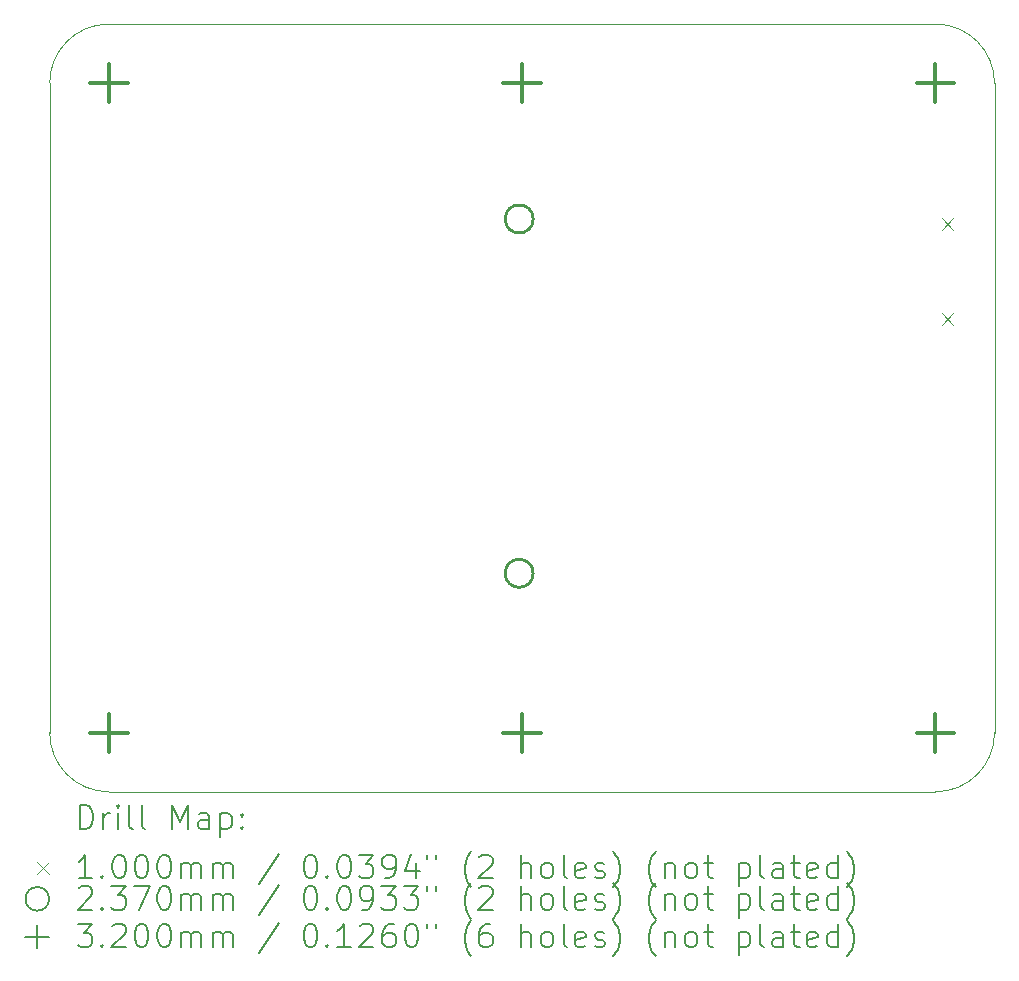
<source format=gbr>
%TF.GenerationSoftware,KiCad,Pcbnew,8.0.6-8.0.6-0~ubuntu24.04.1*%
%TF.CreationDate,2024-11-06T15:02:39+01:00*%
%TF.ProjectId,random_sampler,72616e64-6f6d-45f7-9361-6d706c65722e,rev?*%
%TF.SameCoordinates,Original*%
%TF.FileFunction,Drillmap*%
%TF.FilePolarity,Positive*%
%FSLAX45Y45*%
G04 Gerber Fmt 4.5, Leading zero omitted, Abs format (unit mm)*
G04 Created by KiCad (PCBNEW 8.0.6-8.0.6-0~ubuntu24.04.1) date 2024-11-06 15:02:39*
%MOMM*%
%LPD*%
G01*
G04 APERTURE LIST*
%ADD10C,0.100000*%
%ADD11C,0.050000*%
%ADD12C,0.200000*%
%ADD13C,0.237000*%
%ADD14C,0.320000*%
G04 APERTURE END LIST*
D10*
X0Y-500000D02*
G75*
G02*
X500000Y0I500000J0D01*
G01*
D11*
X7500000Y0D02*
X500000Y0D01*
X8000000Y-6000000D02*
G75*
G02*
X7500000Y-6500000I-500000J0D01*
G01*
X8000000Y-6000000D02*
X8000000Y-500000D01*
X0Y-500000D02*
X0Y-6000000D01*
X7500000Y0D02*
G75*
G02*
X8000000Y-500000I0J-500000D01*
G01*
X500000Y-6500000D02*
X7500000Y-6500000D01*
X500000Y-6500000D02*
G75*
G02*
X0Y-6000000I0J500000D01*
G01*
D12*
D10*
X7551350Y-1645000D02*
X7651350Y-1745000D01*
X7651350Y-1645000D02*
X7551350Y-1745000D01*
X7551350Y-2445000D02*
X7651350Y-2545000D01*
X7651350Y-2445000D02*
X7551350Y-2545000D01*
D13*
X4093500Y-1650000D02*
G75*
G02*
X3856500Y-1650000I-118500J0D01*
G01*
X3856500Y-1650000D02*
G75*
G02*
X4093500Y-1650000I118500J0D01*
G01*
X4093500Y-4650000D02*
G75*
G02*
X3856500Y-4650000I-118500J0D01*
G01*
X3856500Y-4650000D02*
G75*
G02*
X4093500Y-4650000I118500J0D01*
G01*
D14*
X500000Y-340000D02*
X500000Y-660000D01*
X340000Y-500000D02*
X660000Y-500000D01*
X500000Y-5840000D02*
X500000Y-6160000D01*
X340000Y-6000000D02*
X660000Y-6000000D01*
X4000000Y-340000D02*
X4000000Y-660000D01*
X3840000Y-500000D02*
X4160000Y-500000D01*
X4000000Y-5840000D02*
X4000000Y-6160000D01*
X3840000Y-6000000D02*
X4160000Y-6000000D01*
X7500000Y-340000D02*
X7500000Y-660000D01*
X7340000Y-500000D02*
X7660000Y-500000D01*
X7500000Y-5840000D02*
X7500000Y-6160000D01*
X7340000Y-6000000D02*
X7660000Y-6000000D01*
D12*
X255777Y-6813984D02*
X255777Y-6613984D01*
X255777Y-6613984D02*
X303396Y-6613984D01*
X303396Y-6613984D02*
X331967Y-6623508D01*
X331967Y-6623508D02*
X351015Y-6642555D01*
X351015Y-6642555D02*
X360539Y-6661603D01*
X360539Y-6661603D02*
X370062Y-6699698D01*
X370062Y-6699698D02*
X370062Y-6728269D01*
X370062Y-6728269D02*
X360539Y-6766365D01*
X360539Y-6766365D02*
X351015Y-6785412D01*
X351015Y-6785412D02*
X331967Y-6804460D01*
X331967Y-6804460D02*
X303396Y-6813984D01*
X303396Y-6813984D02*
X255777Y-6813984D01*
X455777Y-6813984D02*
X455777Y-6680650D01*
X455777Y-6718746D02*
X465301Y-6699698D01*
X465301Y-6699698D02*
X474824Y-6690174D01*
X474824Y-6690174D02*
X493872Y-6680650D01*
X493872Y-6680650D02*
X512920Y-6680650D01*
X579586Y-6813984D02*
X579586Y-6680650D01*
X579586Y-6613984D02*
X570063Y-6623508D01*
X570063Y-6623508D02*
X579586Y-6633031D01*
X579586Y-6633031D02*
X589110Y-6623508D01*
X589110Y-6623508D02*
X579586Y-6613984D01*
X579586Y-6613984D02*
X579586Y-6633031D01*
X703396Y-6813984D02*
X684348Y-6804460D01*
X684348Y-6804460D02*
X674824Y-6785412D01*
X674824Y-6785412D02*
X674824Y-6613984D01*
X808158Y-6813984D02*
X789110Y-6804460D01*
X789110Y-6804460D02*
X779586Y-6785412D01*
X779586Y-6785412D02*
X779586Y-6613984D01*
X1036729Y-6813984D02*
X1036729Y-6613984D01*
X1036729Y-6613984D02*
X1103396Y-6756841D01*
X1103396Y-6756841D02*
X1170063Y-6613984D01*
X1170063Y-6613984D02*
X1170063Y-6813984D01*
X1351015Y-6813984D02*
X1351015Y-6709222D01*
X1351015Y-6709222D02*
X1341491Y-6690174D01*
X1341491Y-6690174D02*
X1322444Y-6680650D01*
X1322444Y-6680650D02*
X1284348Y-6680650D01*
X1284348Y-6680650D02*
X1265301Y-6690174D01*
X1351015Y-6804460D02*
X1331967Y-6813984D01*
X1331967Y-6813984D02*
X1284348Y-6813984D01*
X1284348Y-6813984D02*
X1265301Y-6804460D01*
X1265301Y-6804460D02*
X1255777Y-6785412D01*
X1255777Y-6785412D02*
X1255777Y-6766365D01*
X1255777Y-6766365D02*
X1265301Y-6747317D01*
X1265301Y-6747317D02*
X1284348Y-6737793D01*
X1284348Y-6737793D02*
X1331967Y-6737793D01*
X1331967Y-6737793D02*
X1351015Y-6728269D01*
X1446253Y-6680650D02*
X1446253Y-6880650D01*
X1446253Y-6690174D02*
X1465301Y-6680650D01*
X1465301Y-6680650D02*
X1503396Y-6680650D01*
X1503396Y-6680650D02*
X1522443Y-6690174D01*
X1522443Y-6690174D02*
X1531967Y-6699698D01*
X1531967Y-6699698D02*
X1541491Y-6718746D01*
X1541491Y-6718746D02*
X1541491Y-6775888D01*
X1541491Y-6775888D02*
X1531967Y-6794936D01*
X1531967Y-6794936D02*
X1522443Y-6804460D01*
X1522443Y-6804460D02*
X1503396Y-6813984D01*
X1503396Y-6813984D02*
X1465301Y-6813984D01*
X1465301Y-6813984D02*
X1446253Y-6804460D01*
X1627205Y-6794936D02*
X1636729Y-6804460D01*
X1636729Y-6804460D02*
X1627205Y-6813984D01*
X1627205Y-6813984D02*
X1617682Y-6804460D01*
X1617682Y-6804460D02*
X1627205Y-6794936D01*
X1627205Y-6794936D02*
X1627205Y-6813984D01*
X1627205Y-6690174D02*
X1636729Y-6699698D01*
X1636729Y-6699698D02*
X1627205Y-6709222D01*
X1627205Y-6709222D02*
X1617682Y-6699698D01*
X1617682Y-6699698D02*
X1627205Y-6690174D01*
X1627205Y-6690174D02*
X1627205Y-6709222D01*
D10*
X-105000Y-7092500D02*
X-5000Y-7192500D01*
X-5000Y-7092500D02*
X-105000Y-7192500D01*
D12*
X360539Y-7233984D02*
X246253Y-7233984D01*
X303396Y-7233984D02*
X303396Y-7033984D01*
X303396Y-7033984D02*
X284348Y-7062555D01*
X284348Y-7062555D02*
X265301Y-7081603D01*
X265301Y-7081603D02*
X246253Y-7091127D01*
X446253Y-7214936D02*
X455777Y-7224460D01*
X455777Y-7224460D02*
X446253Y-7233984D01*
X446253Y-7233984D02*
X436729Y-7224460D01*
X436729Y-7224460D02*
X446253Y-7214936D01*
X446253Y-7214936D02*
X446253Y-7233984D01*
X579586Y-7033984D02*
X598634Y-7033984D01*
X598634Y-7033984D02*
X617682Y-7043508D01*
X617682Y-7043508D02*
X627205Y-7053031D01*
X627205Y-7053031D02*
X636729Y-7072079D01*
X636729Y-7072079D02*
X646253Y-7110174D01*
X646253Y-7110174D02*
X646253Y-7157793D01*
X646253Y-7157793D02*
X636729Y-7195888D01*
X636729Y-7195888D02*
X627205Y-7214936D01*
X627205Y-7214936D02*
X617682Y-7224460D01*
X617682Y-7224460D02*
X598634Y-7233984D01*
X598634Y-7233984D02*
X579586Y-7233984D01*
X579586Y-7233984D02*
X560539Y-7224460D01*
X560539Y-7224460D02*
X551015Y-7214936D01*
X551015Y-7214936D02*
X541491Y-7195888D01*
X541491Y-7195888D02*
X531967Y-7157793D01*
X531967Y-7157793D02*
X531967Y-7110174D01*
X531967Y-7110174D02*
X541491Y-7072079D01*
X541491Y-7072079D02*
X551015Y-7053031D01*
X551015Y-7053031D02*
X560539Y-7043508D01*
X560539Y-7043508D02*
X579586Y-7033984D01*
X770062Y-7033984D02*
X789110Y-7033984D01*
X789110Y-7033984D02*
X808158Y-7043508D01*
X808158Y-7043508D02*
X817682Y-7053031D01*
X817682Y-7053031D02*
X827205Y-7072079D01*
X827205Y-7072079D02*
X836729Y-7110174D01*
X836729Y-7110174D02*
X836729Y-7157793D01*
X836729Y-7157793D02*
X827205Y-7195888D01*
X827205Y-7195888D02*
X817682Y-7214936D01*
X817682Y-7214936D02*
X808158Y-7224460D01*
X808158Y-7224460D02*
X789110Y-7233984D01*
X789110Y-7233984D02*
X770062Y-7233984D01*
X770062Y-7233984D02*
X751015Y-7224460D01*
X751015Y-7224460D02*
X741491Y-7214936D01*
X741491Y-7214936D02*
X731967Y-7195888D01*
X731967Y-7195888D02*
X722443Y-7157793D01*
X722443Y-7157793D02*
X722443Y-7110174D01*
X722443Y-7110174D02*
X731967Y-7072079D01*
X731967Y-7072079D02*
X741491Y-7053031D01*
X741491Y-7053031D02*
X751015Y-7043508D01*
X751015Y-7043508D02*
X770062Y-7033984D01*
X960539Y-7033984D02*
X979586Y-7033984D01*
X979586Y-7033984D02*
X998634Y-7043508D01*
X998634Y-7043508D02*
X1008158Y-7053031D01*
X1008158Y-7053031D02*
X1017682Y-7072079D01*
X1017682Y-7072079D02*
X1027205Y-7110174D01*
X1027205Y-7110174D02*
X1027205Y-7157793D01*
X1027205Y-7157793D02*
X1017682Y-7195888D01*
X1017682Y-7195888D02*
X1008158Y-7214936D01*
X1008158Y-7214936D02*
X998634Y-7224460D01*
X998634Y-7224460D02*
X979586Y-7233984D01*
X979586Y-7233984D02*
X960539Y-7233984D01*
X960539Y-7233984D02*
X941491Y-7224460D01*
X941491Y-7224460D02*
X931967Y-7214936D01*
X931967Y-7214936D02*
X922443Y-7195888D01*
X922443Y-7195888D02*
X912920Y-7157793D01*
X912920Y-7157793D02*
X912920Y-7110174D01*
X912920Y-7110174D02*
X922443Y-7072079D01*
X922443Y-7072079D02*
X931967Y-7053031D01*
X931967Y-7053031D02*
X941491Y-7043508D01*
X941491Y-7043508D02*
X960539Y-7033984D01*
X1112920Y-7233984D02*
X1112920Y-7100650D01*
X1112920Y-7119698D02*
X1122444Y-7110174D01*
X1122444Y-7110174D02*
X1141491Y-7100650D01*
X1141491Y-7100650D02*
X1170063Y-7100650D01*
X1170063Y-7100650D02*
X1189110Y-7110174D01*
X1189110Y-7110174D02*
X1198634Y-7129222D01*
X1198634Y-7129222D02*
X1198634Y-7233984D01*
X1198634Y-7129222D02*
X1208158Y-7110174D01*
X1208158Y-7110174D02*
X1227205Y-7100650D01*
X1227205Y-7100650D02*
X1255777Y-7100650D01*
X1255777Y-7100650D02*
X1274825Y-7110174D01*
X1274825Y-7110174D02*
X1284348Y-7129222D01*
X1284348Y-7129222D02*
X1284348Y-7233984D01*
X1379586Y-7233984D02*
X1379586Y-7100650D01*
X1379586Y-7119698D02*
X1389110Y-7110174D01*
X1389110Y-7110174D02*
X1408158Y-7100650D01*
X1408158Y-7100650D02*
X1436729Y-7100650D01*
X1436729Y-7100650D02*
X1455777Y-7110174D01*
X1455777Y-7110174D02*
X1465301Y-7129222D01*
X1465301Y-7129222D02*
X1465301Y-7233984D01*
X1465301Y-7129222D02*
X1474824Y-7110174D01*
X1474824Y-7110174D02*
X1493872Y-7100650D01*
X1493872Y-7100650D02*
X1522443Y-7100650D01*
X1522443Y-7100650D02*
X1541491Y-7110174D01*
X1541491Y-7110174D02*
X1551015Y-7129222D01*
X1551015Y-7129222D02*
X1551015Y-7233984D01*
X1941491Y-7024460D02*
X1770063Y-7281603D01*
X2198634Y-7033984D02*
X2217682Y-7033984D01*
X2217682Y-7033984D02*
X2236729Y-7043508D01*
X2236729Y-7043508D02*
X2246253Y-7053031D01*
X2246253Y-7053031D02*
X2255777Y-7072079D01*
X2255777Y-7072079D02*
X2265301Y-7110174D01*
X2265301Y-7110174D02*
X2265301Y-7157793D01*
X2265301Y-7157793D02*
X2255777Y-7195888D01*
X2255777Y-7195888D02*
X2246253Y-7214936D01*
X2246253Y-7214936D02*
X2236729Y-7224460D01*
X2236729Y-7224460D02*
X2217682Y-7233984D01*
X2217682Y-7233984D02*
X2198634Y-7233984D01*
X2198634Y-7233984D02*
X2179587Y-7224460D01*
X2179587Y-7224460D02*
X2170063Y-7214936D01*
X2170063Y-7214936D02*
X2160539Y-7195888D01*
X2160539Y-7195888D02*
X2151015Y-7157793D01*
X2151015Y-7157793D02*
X2151015Y-7110174D01*
X2151015Y-7110174D02*
X2160539Y-7072079D01*
X2160539Y-7072079D02*
X2170063Y-7053031D01*
X2170063Y-7053031D02*
X2179587Y-7043508D01*
X2179587Y-7043508D02*
X2198634Y-7033984D01*
X2351015Y-7214936D02*
X2360539Y-7224460D01*
X2360539Y-7224460D02*
X2351015Y-7233984D01*
X2351015Y-7233984D02*
X2341491Y-7224460D01*
X2341491Y-7224460D02*
X2351015Y-7214936D01*
X2351015Y-7214936D02*
X2351015Y-7233984D01*
X2484348Y-7033984D02*
X2503396Y-7033984D01*
X2503396Y-7033984D02*
X2522444Y-7043508D01*
X2522444Y-7043508D02*
X2531968Y-7053031D01*
X2531968Y-7053031D02*
X2541491Y-7072079D01*
X2541491Y-7072079D02*
X2551015Y-7110174D01*
X2551015Y-7110174D02*
X2551015Y-7157793D01*
X2551015Y-7157793D02*
X2541491Y-7195888D01*
X2541491Y-7195888D02*
X2531968Y-7214936D01*
X2531968Y-7214936D02*
X2522444Y-7224460D01*
X2522444Y-7224460D02*
X2503396Y-7233984D01*
X2503396Y-7233984D02*
X2484348Y-7233984D01*
X2484348Y-7233984D02*
X2465301Y-7224460D01*
X2465301Y-7224460D02*
X2455777Y-7214936D01*
X2455777Y-7214936D02*
X2446253Y-7195888D01*
X2446253Y-7195888D02*
X2436729Y-7157793D01*
X2436729Y-7157793D02*
X2436729Y-7110174D01*
X2436729Y-7110174D02*
X2446253Y-7072079D01*
X2446253Y-7072079D02*
X2455777Y-7053031D01*
X2455777Y-7053031D02*
X2465301Y-7043508D01*
X2465301Y-7043508D02*
X2484348Y-7033984D01*
X2617682Y-7033984D02*
X2741491Y-7033984D01*
X2741491Y-7033984D02*
X2674825Y-7110174D01*
X2674825Y-7110174D02*
X2703396Y-7110174D01*
X2703396Y-7110174D02*
X2722444Y-7119698D01*
X2722444Y-7119698D02*
X2731968Y-7129222D01*
X2731968Y-7129222D02*
X2741491Y-7148269D01*
X2741491Y-7148269D02*
X2741491Y-7195888D01*
X2741491Y-7195888D02*
X2731968Y-7214936D01*
X2731968Y-7214936D02*
X2722444Y-7224460D01*
X2722444Y-7224460D02*
X2703396Y-7233984D01*
X2703396Y-7233984D02*
X2646253Y-7233984D01*
X2646253Y-7233984D02*
X2627206Y-7224460D01*
X2627206Y-7224460D02*
X2617682Y-7214936D01*
X2836729Y-7233984D02*
X2874825Y-7233984D01*
X2874825Y-7233984D02*
X2893872Y-7224460D01*
X2893872Y-7224460D02*
X2903396Y-7214936D01*
X2903396Y-7214936D02*
X2922444Y-7186365D01*
X2922444Y-7186365D02*
X2931967Y-7148269D01*
X2931967Y-7148269D02*
X2931967Y-7072079D01*
X2931967Y-7072079D02*
X2922444Y-7053031D01*
X2922444Y-7053031D02*
X2912920Y-7043508D01*
X2912920Y-7043508D02*
X2893872Y-7033984D01*
X2893872Y-7033984D02*
X2855777Y-7033984D01*
X2855777Y-7033984D02*
X2836729Y-7043508D01*
X2836729Y-7043508D02*
X2827206Y-7053031D01*
X2827206Y-7053031D02*
X2817682Y-7072079D01*
X2817682Y-7072079D02*
X2817682Y-7119698D01*
X2817682Y-7119698D02*
X2827206Y-7138746D01*
X2827206Y-7138746D02*
X2836729Y-7148269D01*
X2836729Y-7148269D02*
X2855777Y-7157793D01*
X2855777Y-7157793D02*
X2893872Y-7157793D01*
X2893872Y-7157793D02*
X2912920Y-7148269D01*
X2912920Y-7148269D02*
X2922444Y-7138746D01*
X2922444Y-7138746D02*
X2931967Y-7119698D01*
X3103396Y-7100650D02*
X3103396Y-7233984D01*
X3055777Y-7024460D02*
X3008158Y-7167317D01*
X3008158Y-7167317D02*
X3131967Y-7167317D01*
X3198634Y-7033984D02*
X3198634Y-7072079D01*
X3274825Y-7033984D02*
X3274825Y-7072079D01*
X3570063Y-7310174D02*
X3560539Y-7300650D01*
X3560539Y-7300650D02*
X3541491Y-7272079D01*
X3541491Y-7272079D02*
X3531968Y-7253031D01*
X3531968Y-7253031D02*
X3522444Y-7224460D01*
X3522444Y-7224460D02*
X3512920Y-7176841D01*
X3512920Y-7176841D02*
X3512920Y-7138746D01*
X3512920Y-7138746D02*
X3522444Y-7091127D01*
X3522444Y-7091127D02*
X3531968Y-7062555D01*
X3531968Y-7062555D02*
X3541491Y-7043508D01*
X3541491Y-7043508D02*
X3560539Y-7014936D01*
X3560539Y-7014936D02*
X3570063Y-7005412D01*
X3636729Y-7053031D02*
X3646253Y-7043508D01*
X3646253Y-7043508D02*
X3665301Y-7033984D01*
X3665301Y-7033984D02*
X3712920Y-7033984D01*
X3712920Y-7033984D02*
X3731968Y-7043508D01*
X3731968Y-7043508D02*
X3741491Y-7053031D01*
X3741491Y-7053031D02*
X3751015Y-7072079D01*
X3751015Y-7072079D02*
X3751015Y-7091127D01*
X3751015Y-7091127D02*
X3741491Y-7119698D01*
X3741491Y-7119698D02*
X3627206Y-7233984D01*
X3627206Y-7233984D02*
X3751015Y-7233984D01*
X3989110Y-7233984D02*
X3989110Y-7033984D01*
X4074825Y-7233984D02*
X4074825Y-7129222D01*
X4074825Y-7129222D02*
X4065301Y-7110174D01*
X4065301Y-7110174D02*
X4046253Y-7100650D01*
X4046253Y-7100650D02*
X4017682Y-7100650D01*
X4017682Y-7100650D02*
X3998634Y-7110174D01*
X3998634Y-7110174D02*
X3989110Y-7119698D01*
X4198634Y-7233984D02*
X4179587Y-7224460D01*
X4179587Y-7224460D02*
X4170063Y-7214936D01*
X4170063Y-7214936D02*
X4160539Y-7195888D01*
X4160539Y-7195888D02*
X4160539Y-7138746D01*
X4160539Y-7138746D02*
X4170063Y-7119698D01*
X4170063Y-7119698D02*
X4179587Y-7110174D01*
X4179587Y-7110174D02*
X4198634Y-7100650D01*
X4198634Y-7100650D02*
X4227206Y-7100650D01*
X4227206Y-7100650D02*
X4246253Y-7110174D01*
X4246253Y-7110174D02*
X4255777Y-7119698D01*
X4255777Y-7119698D02*
X4265301Y-7138746D01*
X4265301Y-7138746D02*
X4265301Y-7195888D01*
X4265301Y-7195888D02*
X4255777Y-7214936D01*
X4255777Y-7214936D02*
X4246253Y-7224460D01*
X4246253Y-7224460D02*
X4227206Y-7233984D01*
X4227206Y-7233984D02*
X4198634Y-7233984D01*
X4379587Y-7233984D02*
X4360539Y-7224460D01*
X4360539Y-7224460D02*
X4351015Y-7205412D01*
X4351015Y-7205412D02*
X4351015Y-7033984D01*
X4531968Y-7224460D02*
X4512920Y-7233984D01*
X4512920Y-7233984D02*
X4474825Y-7233984D01*
X4474825Y-7233984D02*
X4455777Y-7224460D01*
X4455777Y-7224460D02*
X4446253Y-7205412D01*
X4446253Y-7205412D02*
X4446253Y-7129222D01*
X4446253Y-7129222D02*
X4455777Y-7110174D01*
X4455777Y-7110174D02*
X4474825Y-7100650D01*
X4474825Y-7100650D02*
X4512920Y-7100650D01*
X4512920Y-7100650D02*
X4531968Y-7110174D01*
X4531968Y-7110174D02*
X4541492Y-7129222D01*
X4541492Y-7129222D02*
X4541492Y-7148269D01*
X4541492Y-7148269D02*
X4446253Y-7167317D01*
X4617682Y-7224460D02*
X4636730Y-7233984D01*
X4636730Y-7233984D02*
X4674825Y-7233984D01*
X4674825Y-7233984D02*
X4693873Y-7224460D01*
X4693873Y-7224460D02*
X4703396Y-7205412D01*
X4703396Y-7205412D02*
X4703396Y-7195888D01*
X4703396Y-7195888D02*
X4693873Y-7176841D01*
X4693873Y-7176841D02*
X4674825Y-7167317D01*
X4674825Y-7167317D02*
X4646253Y-7167317D01*
X4646253Y-7167317D02*
X4627206Y-7157793D01*
X4627206Y-7157793D02*
X4617682Y-7138746D01*
X4617682Y-7138746D02*
X4617682Y-7129222D01*
X4617682Y-7129222D02*
X4627206Y-7110174D01*
X4627206Y-7110174D02*
X4646253Y-7100650D01*
X4646253Y-7100650D02*
X4674825Y-7100650D01*
X4674825Y-7100650D02*
X4693873Y-7110174D01*
X4770063Y-7310174D02*
X4779587Y-7300650D01*
X4779587Y-7300650D02*
X4798634Y-7272079D01*
X4798634Y-7272079D02*
X4808158Y-7253031D01*
X4808158Y-7253031D02*
X4817682Y-7224460D01*
X4817682Y-7224460D02*
X4827206Y-7176841D01*
X4827206Y-7176841D02*
X4827206Y-7138746D01*
X4827206Y-7138746D02*
X4817682Y-7091127D01*
X4817682Y-7091127D02*
X4808158Y-7062555D01*
X4808158Y-7062555D02*
X4798634Y-7043508D01*
X4798634Y-7043508D02*
X4779587Y-7014936D01*
X4779587Y-7014936D02*
X4770063Y-7005412D01*
X5131968Y-7310174D02*
X5122444Y-7300650D01*
X5122444Y-7300650D02*
X5103396Y-7272079D01*
X5103396Y-7272079D02*
X5093873Y-7253031D01*
X5093873Y-7253031D02*
X5084349Y-7224460D01*
X5084349Y-7224460D02*
X5074825Y-7176841D01*
X5074825Y-7176841D02*
X5074825Y-7138746D01*
X5074825Y-7138746D02*
X5084349Y-7091127D01*
X5084349Y-7091127D02*
X5093873Y-7062555D01*
X5093873Y-7062555D02*
X5103396Y-7043508D01*
X5103396Y-7043508D02*
X5122444Y-7014936D01*
X5122444Y-7014936D02*
X5131968Y-7005412D01*
X5208158Y-7100650D02*
X5208158Y-7233984D01*
X5208158Y-7119698D02*
X5217682Y-7110174D01*
X5217682Y-7110174D02*
X5236730Y-7100650D01*
X5236730Y-7100650D02*
X5265301Y-7100650D01*
X5265301Y-7100650D02*
X5284349Y-7110174D01*
X5284349Y-7110174D02*
X5293873Y-7129222D01*
X5293873Y-7129222D02*
X5293873Y-7233984D01*
X5417682Y-7233984D02*
X5398634Y-7224460D01*
X5398634Y-7224460D02*
X5389111Y-7214936D01*
X5389111Y-7214936D02*
X5379587Y-7195888D01*
X5379587Y-7195888D02*
X5379587Y-7138746D01*
X5379587Y-7138746D02*
X5389111Y-7119698D01*
X5389111Y-7119698D02*
X5398634Y-7110174D01*
X5398634Y-7110174D02*
X5417682Y-7100650D01*
X5417682Y-7100650D02*
X5446254Y-7100650D01*
X5446254Y-7100650D02*
X5465301Y-7110174D01*
X5465301Y-7110174D02*
X5474825Y-7119698D01*
X5474825Y-7119698D02*
X5484349Y-7138746D01*
X5484349Y-7138746D02*
X5484349Y-7195888D01*
X5484349Y-7195888D02*
X5474825Y-7214936D01*
X5474825Y-7214936D02*
X5465301Y-7224460D01*
X5465301Y-7224460D02*
X5446254Y-7233984D01*
X5446254Y-7233984D02*
X5417682Y-7233984D01*
X5541492Y-7100650D02*
X5617682Y-7100650D01*
X5570063Y-7033984D02*
X5570063Y-7205412D01*
X5570063Y-7205412D02*
X5579587Y-7224460D01*
X5579587Y-7224460D02*
X5598634Y-7233984D01*
X5598634Y-7233984D02*
X5617682Y-7233984D01*
X5836730Y-7100650D02*
X5836730Y-7300650D01*
X5836730Y-7110174D02*
X5855777Y-7100650D01*
X5855777Y-7100650D02*
X5893873Y-7100650D01*
X5893873Y-7100650D02*
X5912920Y-7110174D01*
X5912920Y-7110174D02*
X5922444Y-7119698D01*
X5922444Y-7119698D02*
X5931968Y-7138746D01*
X5931968Y-7138746D02*
X5931968Y-7195888D01*
X5931968Y-7195888D02*
X5922444Y-7214936D01*
X5922444Y-7214936D02*
X5912920Y-7224460D01*
X5912920Y-7224460D02*
X5893873Y-7233984D01*
X5893873Y-7233984D02*
X5855777Y-7233984D01*
X5855777Y-7233984D02*
X5836730Y-7224460D01*
X6046253Y-7233984D02*
X6027206Y-7224460D01*
X6027206Y-7224460D02*
X6017682Y-7205412D01*
X6017682Y-7205412D02*
X6017682Y-7033984D01*
X6208158Y-7233984D02*
X6208158Y-7129222D01*
X6208158Y-7129222D02*
X6198634Y-7110174D01*
X6198634Y-7110174D02*
X6179587Y-7100650D01*
X6179587Y-7100650D02*
X6141492Y-7100650D01*
X6141492Y-7100650D02*
X6122444Y-7110174D01*
X6208158Y-7224460D02*
X6189111Y-7233984D01*
X6189111Y-7233984D02*
X6141492Y-7233984D01*
X6141492Y-7233984D02*
X6122444Y-7224460D01*
X6122444Y-7224460D02*
X6112920Y-7205412D01*
X6112920Y-7205412D02*
X6112920Y-7186365D01*
X6112920Y-7186365D02*
X6122444Y-7167317D01*
X6122444Y-7167317D02*
X6141492Y-7157793D01*
X6141492Y-7157793D02*
X6189111Y-7157793D01*
X6189111Y-7157793D02*
X6208158Y-7148269D01*
X6274825Y-7100650D02*
X6351015Y-7100650D01*
X6303396Y-7033984D02*
X6303396Y-7205412D01*
X6303396Y-7205412D02*
X6312920Y-7224460D01*
X6312920Y-7224460D02*
X6331968Y-7233984D01*
X6331968Y-7233984D02*
X6351015Y-7233984D01*
X6493873Y-7224460D02*
X6474825Y-7233984D01*
X6474825Y-7233984D02*
X6436730Y-7233984D01*
X6436730Y-7233984D02*
X6417682Y-7224460D01*
X6417682Y-7224460D02*
X6408158Y-7205412D01*
X6408158Y-7205412D02*
X6408158Y-7129222D01*
X6408158Y-7129222D02*
X6417682Y-7110174D01*
X6417682Y-7110174D02*
X6436730Y-7100650D01*
X6436730Y-7100650D02*
X6474825Y-7100650D01*
X6474825Y-7100650D02*
X6493873Y-7110174D01*
X6493873Y-7110174D02*
X6503396Y-7129222D01*
X6503396Y-7129222D02*
X6503396Y-7148269D01*
X6503396Y-7148269D02*
X6408158Y-7167317D01*
X6674825Y-7233984D02*
X6674825Y-7033984D01*
X6674825Y-7224460D02*
X6655777Y-7233984D01*
X6655777Y-7233984D02*
X6617682Y-7233984D01*
X6617682Y-7233984D02*
X6598634Y-7224460D01*
X6598634Y-7224460D02*
X6589111Y-7214936D01*
X6589111Y-7214936D02*
X6579587Y-7195888D01*
X6579587Y-7195888D02*
X6579587Y-7138746D01*
X6579587Y-7138746D02*
X6589111Y-7119698D01*
X6589111Y-7119698D02*
X6598634Y-7110174D01*
X6598634Y-7110174D02*
X6617682Y-7100650D01*
X6617682Y-7100650D02*
X6655777Y-7100650D01*
X6655777Y-7100650D02*
X6674825Y-7110174D01*
X6751015Y-7310174D02*
X6760539Y-7300650D01*
X6760539Y-7300650D02*
X6779587Y-7272079D01*
X6779587Y-7272079D02*
X6789111Y-7253031D01*
X6789111Y-7253031D02*
X6798634Y-7224460D01*
X6798634Y-7224460D02*
X6808158Y-7176841D01*
X6808158Y-7176841D02*
X6808158Y-7138746D01*
X6808158Y-7138746D02*
X6798634Y-7091127D01*
X6798634Y-7091127D02*
X6789111Y-7062555D01*
X6789111Y-7062555D02*
X6779587Y-7043508D01*
X6779587Y-7043508D02*
X6760539Y-7014936D01*
X6760539Y-7014936D02*
X6751015Y-7005412D01*
X-5000Y-7406500D02*
G75*
G02*
X-205000Y-7406500I-100000J0D01*
G01*
X-205000Y-7406500D02*
G75*
G02*
X-5000Y-7406500I100000J0D01*
G01*
X246253Y-7317031D02*
X255777Y-7307508D01*
X255777Y-7307508D02*
X274824Y-7297984D01*
X274824Y-7297984D02*
X322444Y-7297984D01*
X322444Y-7297984D02*
X341491Y-7307508D01*
X341491Y-7307508D02*
X351015Y-7317031D01*
X351015Y-7317031D02*
X360539Y-7336079D01*
X360539Y-7336079D02*
X360539Y-7355127D01*
X360539Y-7355127D02*
X351015Y-7383698D01*
X351015Y-7383698D02*
X236729Y-7497984D01*
X236729Y-7497984D02*
X360539Y-7497984D01*
X446253Y-7478936D02*
X455777Y-7488460D01*
X455777Y-7488460D02*
X446253Y-7497984D01*
X446253Y-7497984D02*
X436729Y-7488460D01*
X436729Y-7488460D02*
X446253Y-7478936D01*
X446253Y-7478936D02*
X446253Y-7497984D01*
X522443Y-7297984D02*
X646253Y-7297984D01*
X646253Y-7297984D02*
X579586Y-7374174D01*
X579586Y-7374174D02*
X608158Y-7374174D01*
X608158Y-7374174D02*
X627205Y-7383698D01*
X627205Y-7383698D02*
X636729Y-7393222D01*
X636729Y-7393222D02*
X646253Y-7412269D01*
X646253Y-7412269D02*
X646253Y-7459888D01*
X646253Y-7459888D02*
X636729Y-7478936D01*
X636729Y-7478936D02*
X627205Y-7488460D01*
X627205Y-7488460D02*
X608158Y-7497984D01*
X608158Y-7497984D02*
X551015Y-7497984D01*
X551015Y-7497984D02*
X531967Y-7488460D01*
X531967Y-7488460D02*
X522443Y-7478936D01*
X712920Y-7297984D02*
X846253Y-7297984D01*
X846253Y-7297984D02*
X760539Y-7497984D01*
X960539Y-7297984D02*
X979586Y-7297984D01*
X979586Y-7297984D02*
X998634Y-7307508D01*
X998634Y-7307508D02*
X1008158Y-7317031D01*
X1008158Y-7317031D02*
X1017682Y-7336079D01*
X1017682Y-7336079D02*
X1027205Y-7374174D01*
X1027205Y-7374174D02*
X1027205Y-7421793D01*
X1027205Y-7421793D02*
X1017682Y-7459888D01*
X1017682Y-7459888D02*
X1008158Y-7478936D01*
X1008158Y-7478936D02*
X998634Y-7488460D01*
X998634Y-7488460D02*
X979586Y-7497984D01*
X979586Y-7497984D02*
X960539Y-7497984D01*
X960539Y-7497984D02*
X941491Y-7488460D01*
X941491Y-7488460D02*
X931967Y-7478936D01*
X931967Y-7478936D02*
X922443Y-7459888D01*
X922443Y-7459888D02*
X912920Y-7421793D01*
X912920Y-7421793D02*
X912920Y-7374174D01*
X912920Y-7374174D02*
X922443Y-7336079D01*
X922443Y-7336079D02*
X931967Y-7317031D01*
X931967Y-7317031D02*
X941491Y-7307508D01*
X941491Y-7307508D02*
X960539Y-7297984D01*
X1112920Y-7497984D02*
X1112920Y-7364650D01*
X1112920Y-7383698D02*
X1122444Y-7374174D01*
X1122444Y-7374174D02*
X1141491Y-7364650D01*
X1141491Y-7364650D02*
X1170063Y-7364650D01*
X1170063Y-7364650D02*
X1189110Y-7374174D01*
X1189110Y-7374174D02*
X1198634Y-7393222D01*
X1198634Y-7393222D02*
X1198634Y-7497984D01*
X1198634Y-7393222D02*
X1208158Y-7374174D01*
X1208158Y-7374174D02*
X1227205Y-7364650D01*
X1227205Y-7364650D02*
X1255777Y-7364650D01*
X1255777Y-7364650D02*
X1274825Y-7374174D01*
X1274825Y-7374174D02*
X1284348Y-7393222D01*
X1284348Y-7393222D02*
X1284348Y-7497984D01*
X1379586Y-7497984D02*
X1379586Y-7364650D01*
X1379586Y-7383698D02*
X1389110Y-7374174D01*
X1389110Y-7374174D02*
X1408158Y-7364650D01*
X1408158Y-7364650D02*
X1436729Y-7364650D01*
X1436729Y-7364650D02*
X1455777Y-7374174D01*
X1455777Y-7374174D02*
X1465301Y-7393222D01*
X1465301Y-7393222D02*
X1465301Y-7497984D01*
X1465301Y-7393222D02*
X1474824Y-7374174D01*
X1474824Y-7374174D02*
X1493872Y-7364650D01*
X1493872Y-7364650D02*
X1522443Y-7364650D01*
X1522443Y-7364650D02*
X1541491Y-7374174D01*
X1541491Y-7374174D02*
X1551015Y-7393222D01*
X1551015Y-7393222D02*
X1551015Y-7497984D01*
X1941491Y-7288460D02*
X1770063Y-7545603D01*
X2198634Y-7297984D02*
X2217682Y-7297984D01*
X2217682Y-7297984D02*
X2236729Y-7307508D01*
X2236729Y-7307508D02*
X2246253Y-7317031D01*
X2246253Y-7317031D02*
X2255777Y-7336079D01*
X2255777Y-7336079D02*
X2265301Y-7374174D01*
X2265301Y-7374174D02*
X2265301Y-7421793D01*
X2265301Y-7421793D02*
X2255777Y-7459888D01*
X2255777Y-7459888D02*
X2246253Y-7478936D01*
X2246253Y-7478936D02*
X2236729Y-7488460D01*
X2236729Y-7488460D02*
X2217682Y-7497984D01*
X2217682Y-7497984D02*
X2198634Y-7497984D01*
X2198634Y-7497984D02*
X2179587Y-7488460D01*
X2179587Y-7488460D02*
X2170063Y-7478936D01*
X2170063Y-7478936D02*
X2160539Y-7459888D01*
X2160539Y-7459888D02*
X2151015Y-7421793D01*
X2151015Y-7421793D02*
X2151015Y-7374174D01*
X2151015Y-7374174D02*
X2160539Y-7336079D01*
X2160539Y-7336079D02*
X2170063Y-7317031D01*
X2170063Y-7317031D02*
X2179587Y-7307508D01*
X2179587Y-7307508D02*
X2198634Y-7297984D01*
X2351015Y-7478936D02*
X2360539Y-7488460D01*
X2360539Y-7488460D02*
X2351015Y-7497984D01*
X2351015Y-7497984D02*
X2341491Y-7488460D01*
X2341491Y-7488460D02*
X2351015Y-7478936D01*
X2351015Y-7478936D02*
X2351015Y-7497984D01*
X2484348Y-7297984D02*
X2503396Y-7297984D01*
X2503396Y-7297984D02*
X2522444Y-7307508D01*
X2522444Y-7307508D02*
X2531968Y-7317031D01*
X2531968Y-7317031D02*
X2541491Y-7336079D01*
X2541491Y-7336079D02*
X2551015Y-7374174D01*
X2551015Y-7374174D02*
X2551015Y-7421793D01*
X2551015Y-7421793D02*
X2541491Y-7459888D01*
X2541491Y-7459888D02*
X2531968Y-7478936D01*
X2531968Y-7478936D02*
X2522444Y-7488460D01*
X2522444Y-7488460D02*
X2503396Y-7497984D01*
X2503396Y-7497984D02*
X2484348Y-7497984D01*
X2484348Y-7497984D02*
X2465301Y-7488460D01*
X2465301Y-7488460D02*
X2455777Y-7478936D01*
X2455777Y-7478936D02*
X2446253Y-7459888D01*
X2446253Y-7459888D02*
X2436729Y-7421793D01*
X2436729Y-7421793D02*
X2436729Y-7374174D01*
X2436729Y-7374174D02*
X2446253Y-7336079D01*
X2446253Y-7336079D02*
X2455777Y-7317031D01*
X2455777Y-7317031D02*
X2465301Y-7307508D01*
X2465301Y-7307508D02*
X2484348Y-7297984D01*
X2646253Y-7497984D02*
X2684348Y-7497984D01*
X2684348Y-7497984D02*
X2703396Y-7488460D01*
X2703396Y-7488460D02*
X2712920Y-7478936D01*
X2712920Y-7478936D02*
X2731968Y-7450365D01*
X2731968Y-7450365D02*
X2741491Y-7412269D01*
X2741491Y-7412269D02*
X2741491Y-7336079D01*
X2741491Y-7336079D02*
X2731968Y-7317031D01*
X2731968Y-7317031D02*
X2722444Y-7307508D01*
X2722444Y-7307508D02*
X2703396Y-7297984D01*
X2703396Y-7297984D02*
X2665301Y-7297984D01*
X2665301Y-7297984D02*
X2646253Y-7307508D01*
X2646253Y-7307508D02*
X2636729Y-7317031D01*
X2636729Y-7317031D02*
X2627206Y-7336079D01*
X2627206Y-7336079D02*
X2627206Y-7383698D01*
X2627206Y-7383698D02*
X2636729Y-7402746D01*
X2636729Y-7402746D02*
X2646253Y-7412269D01*
X2646253Y-7412269D02*
X2665301Y-7421793D01*
X2665301Y-7421793D02*
X2703396Y-7421793D01*
X2703396Y-7421793D02*
X2722444Y-7412269D01*
X2722444Y-7412269D02*
X2731968Y-7402746D01*
X2731968Y-7402746D02*
X2741491Y-7383698D01*
X2808158Y-7297984D02*
X2931967Y-7297984D01*
X2931967Y-7297984D02*
X2865301Y-7374174D01*
X2865301Y-7374174D02*
X2893872Y-7374174D01*
X2893872Y-7374174D02*
X2912920Y-7383698D01*
X2912920Y-7383698D02*
X2922444Y-7393222D01*
X2922444Y-7393222D02*
X2931967Y-7412269D01*
X2931967Y-7412269D02*
X2931967Y-7459888D01*
X2931967Y-7459888D02*
X2922444Y-7478936D01*
X2922444Y-7478936D02*
X2912920Y-7488460D01*
X2912920Y-7488460D02*
X2893872Y-7497984D01*
X2893872Y-7497984D02*
X2836729Y-7497984D01*
X2836729Y-7497984D02*
X2817682Y-7488460D01*
X2817682Y-7488460D02*
X2808158Y-7478936D01*
X2998634Y-7297984D02*
X3122444Y-7297984D01*
X3122444Y-7297984D02*
X3055777Y-7374174D01*
X3055777Y-7374174D02*
X3084348Y-7374174D01*
X3084348Y-7374174D02*
X3103396Y-7383698D01*
X3103396Y-7383698D02*
X3112920Y-7393222D01*
X3112920Y-7393222D02*
X3122444Y-7412269D01*
X3122444Y-7412269D02*
X3122444Y-7459888D01*
X3122444Y-7459888D02*
X3112920Y-7478936D01*
X3112920Y-7478936D02*
X3103396Y-7488460D01*
X3103396Y-7488460D02*
X3084348Y-7497984D01*
X3084348Y-7497984D02*
X3027206Y-7497984D01*
X3027206Y-7497984D02*
X3008158Y-7488460D01*
X3008158Y-7488460D02*
X2998634Y-7478936D01*
X3198634Y-7297984D02*
X3198634Y-7336079D01*
X3274825Y-7297984D02*
X3274825Y-7336079D01*
X3570063Y-7574174D02*
X3560539Y-7564650D01*
X3560539Y-7564650D02*
X3541491Y-7536079D01*
X3541491Y-7536079D02*
X3531968Y-7517031D01*
X3531968Y-7517031D02*
X3522444Y-7488460D01*
X3522444Y-7488460D02*
X3512920Y-7440841D01*
X3512920Y-7440841D02*
X3512920Y-7402746D01*
X3512920Y-7402746D02*
X3522444Y-7355127D01*
X3522444Y-7355127D02*
X3531968Y-7326555D01*
X3531968Y-7326555D02*
X3541491Y-7307508D01*
X3541491Y-7307508D02*
X3560539Y-7278936D01*
X3560539Y-7278936D02*
X3570063Y-7269412D01*
X3636729Y-7317031D02*
X3646253Y-7307508D01*
X3646253Y-7307508D02*
X3665301Y-7297984D01*
X3665301Y-7297984D02*
X3712920Y-7297984D01*
X3712920Y-7297984D02*
X3731968Y-7307508D01*
X3731968Y-7307508D02*
X3741491Y-7317031D01*
X3741491Y-7317031D02*
X3751015Y-7336079D01*
X3751015Y-7336079D02*
X3751015Y-7355127D01*
X3751015Y-7355127D02*
X3741491Y-7383698D01*
X3741491Y-7383698D02*
X3627206Y-7497984D01*
X3627206Y-7497984D02*
X3751015Y-7497984D01*
X3989110Y-7497984D02*
X3989110Y-7297984D01*
X4074825Y-7497984D02*
X4074825Y-7393222D01*
X4074825Y-7393222D02*
X4065301Y-7374174D01*
X4065301Y-7374174D02*
X4046253Y-7364650D01*
X4046253Y-7364650D02*
X4017682Y-7364650D01*
X4017682Y-7364650D02*
X3998634Y-7374174D01*
X3998634Y-7374174D02*
X3989110Y-7383698D01*
X4198634Y-7497984D02*
X4179587Y-7488460D01*
X4179587Y-7488460D02*
X4170063Y-7478936D01*
X4170063Y-7478936D02*
X4160539Y-7459888D01*
X4160539Y-7459888D02*
X4160539Y-7402746D01*
X4160539Y-7402746D02*
X4170063Y-7383698D01*
X4170063Y-7383698D02*
X4179587Y-7374174D01*
X4179587Y-7374174D02*
X4198634Y-7364650D01*
X4198634Y-7364650D02*
X4227206Y-7364650D01*
X4227206Y-7364650D02*
X4246253Y-7374174D01*
X4246253Y-7374174D02*
X4255777Y-7383698D01*
X4255777Y-7383698D02*
X4265301Y-7402746D01*
X4265301Y-7402746D02*
X4265301Y-7459888D01*
X4265301Y-7459888D02*
X4255777Y-7478936D01*
X4255777Y-7478936D02*
X4246253Y-7488460D01*
X4246253Y-7488460D02*
X4227206Y-7497984D01*
X4227206Y-7497984D02*
X4198634Y-7497984D01*
X4379587Y-7497984D02*
X4360539Y-7488460D01*
X4360539Y-7488460D02*
X4351015Y-7469412D01*
X4351015Y-7469412D02*
X4351015Y-7297984D01*
X4531968Y-7488460D02*
X4512920Y-7497984D01*
X4512920Y-7497984D02*
X4474825Y-7497984D01*
X4474825Y-7497984D02*
X4455777Y-7488460D01*
X4455777Y-7488460D02*
X4446253Y-7469412D01*
X4446253Y-7469412D02*
X4446253Y-7393222D01*
X4446253Y-7393222D02*
X4455777Y-7374174D01*
X4455777Y-7374174D02*
X4474825Y-7364650D01*
X4474825Y-7364650D02*
X4512920Y-7364650D01*
X4512920Y-7364650D02*
X4531968Y-7374174D01*
X4531968Y-7374174D02*
X4541492Y-7393222D01*
X4541492Y-7393222D02*
X4541492Y-7412269D01*
X4541492Y-7412269D02*
X4446253Y-7431317D01*
X4617682Y-7488460D02*
X4636730Y-7497984D01*
X4636730Y-7497984D02*
X4674825Y-7497984D01*
X4674825Y-7497984D02*
X4693873Y-7488460D01*
X4693873Y-7488460D02*
X4703396Y-7469412D01*
X4703396Y-7469412D02*
X4703396Y-7459888D01*
X4703396Y-7459888D02*
X4693873Y-7440841D01*
X4693873Y-7440841D02*
X4674825Y-7431317D01*
X4674825Y-7431317D02*
X4646253Y-7431317D01*
X4646253Y-7431317D02*
X4627206Y-7421793D01*
X4627206Y-7421793D02*
X4617682Y-7402746D01*
X4617682Y-7402746D02*
X4617682Y-7393222D01*
X4617682Y-7393222D02*
X4627206Y-7374174D01*
X4627206Y-7374174D02*
X4646253Y-7364650D01*
X4646253Y-7364650D02*
X4674825Y-7364650D01*
X4674825Y-7364650D02*
X4693873Y-7374174D01*
X4770063Y-7574174D02*
X4779587Y-7564650D01*
X4779587Y-7564650D02*
X4798634Y-7536079D01*
X4798634Y-7536079D02*
X4808158Y-7517031D01*
X4808158Y-7517031D02*
X4817682Y-7488460D01*
X4817682Y-7488460D02*
X4827206Y-7440841D01*
X4827206Y-7440841D02*
X4827206Y-7402746D01*
X4827206Y-7402746D02*
X4817682Y-7355127D01*
X4817682Y-7355127D02*
X4808158Y-7326555D01*
X4808158Y-7326555D02*
X4798634Y-7307508D01*
X4798634Y-7307508D02*
X4779587Y-7278936D01*
X4779587Y-7278936D02*
X4770063Y-7269412D01*
X5131968Y-7574174D02*
X5122444Y-7564650D01*
X5122444Y-7564650D02*
X5103396Y-7536079D01*
X5103396Y-7536079D02*
X5093873Y-7517031D01*
X5093873Y-7517031D02*
X5084349Y-7488460D01*
X5084349Y-7488460D02*
X5074825Y-7440841D01*
X5074825Y-7440841D02*
X5074825Y-7402746D01*
X5074825Y-7402746D02*
X5084349Y-7355127D01*
X5084349Y-7355127D02*
X5093873Y-7326555D01*
X5093873Y-7326555D02*
X5103396Y-7307508D01*
X5103396Y-7307508D02*
X5122444Y-7278936D01*
X5122444Y-7278936D02*
X5131968Y-7269412D01*
X5208158Y-7364650D02*
X5208158Y-7497984D01*
X5208158Y-7383698D02*
X5217682Y-7374174D01*
X5217682Y-7374174D02*
X5236730Y-7364650D01*
X5236730Y-7364650D02*
X5265301Y-7364650D01*
X5265301Y-7364650D02*
X5284349Y-7374174D01*
X5284349Y-7374174D02*
X5293873Y-7393222D01*
X5293873Y-7393222D02*
X5293873Y-7497984D01*
X5417682Y-7497984D02*
X5398634Y-7488460D01*
X5398634Y-7488460D02*
X5389111Y-7478936D01*
X5389111Y-7478936D02*
X5379587Y-7459888D01*
X5379587Y-7459888D02*
X5379587Y-7402746D01*
X5379587Y-7402746D02*
X5389111Y-7383698D01*
X5389111Y-7383698D02*
X5398634Y-7374174D01*
X5398634Y-7374174D02*
X5417682Y-7364650D01*
X5417682Y-7364650D02*
X5446254Y-7364650D01*
X5446254Y-7364650D02*
X5465301Y-7374174D01*
X5465301Y-7374174D02*
X5474825Y-7383698D01*
X5474825Y-7383698D02*
X5484349Y-7402746D01*
X5484349Y-7402746D02*
X5484349Y-7459888D01*
X5484349Y-7459888D02*
X5474825Y-7478936D01*
X5474825Y-7478936D02*
X5465301Y-7488460D01*
X5465301Y-7488460D02*
X5446254Y-7497984D01*
X5446254Y-7497984D02*
X5417682Y-7497984D01*
X5541492Y-7364650D02*
X5617682Y-7364650D01*
X5570063Y-7297984D02*
X5570063Y-7469412D01*
X5570063Y-7469412D02*
X5579587Y-7488460D01*
X5579587Y-7488460D02*
X5598634Y-7497984D01*
X5598634Y-7497984D02*
X5617682Y-7497984D01*
X5836730Y-7364650D02*
X5836730Y-7564650D01*
X5836730Y-7374174D02*
X5855777Y-7364650D01*
X5855777Y-7364650D02*
X5893873Y-7364650D01*
X5893873Y-7364650D02*
X5912920Y-7374174D01*
X5912920Y-7374174D02*
X5922444Y-7383698D01*
X5922444Y-7383698D02*
X5931968Y-7402746D01*
X5931968Y-7402746D02*
X5931968Y-7459888D01*
X5931968Y-7459888D02*
X5922444Y-7478936D01*
X5922444Y-7478936D02*
X5912920Y-7488460D01*
X5912920Y-7488460D02*
X5893873Y-7497984D01*
X5893873Y-7497984D02*
X5855777Y-7497984D01*
X5855777Y-7497984D02*
X5836730Y-7488460D01*
X6046253Y-7497984D02*
X6027206Y-7488460D01*
X6027206Y-7488460D02*
X6017682Y-7469412D01*
X6017682Y-7469412D02*
X6017682Y-7297984D01*
X6208158Y-7497984D02*
X6208158Y-7393222D01*
X6208158Y-7393222D02*
X6198634Y-7374174D01*
X6198634Y-7374174D02*
X6179587Y-7364650D01*
X6179587Y-7364650D02*
X6141492Y-7364650D01*
X6141492Y-7364650D02*
X6122444Y-7374174D01*
X6208158Y-7488460D02*
X6189111Y-7497984D01*
X6189111Y-7497984D02*
X6141492Y-7497984D01*
X6141492Y-7497984D02*
X6122444Y-7488460D01*
X6122444Y-7488460D02*
X6112920Y-7469412D01*
X6112920Y-7469412D02*
X6112920Y-7450365D01*
X6112920Y-7450365D02*
X6122444Y-7431317D01*
X6122444Y-7431317D02*
X6141492Y-7421793D01*
X6141492Y-7421793D02*
X6189111Y-7421793D01*
X6189111Y-7421793D02*
X6208158Y-7412269D01*
X6274825Y-7364650D02*
X6351015Y-7364650D01*
X6303396Y-7297984D02*
X6303396Y-7469412D01*
X6303396Y-7469412D02*
X6312920Y-7488460D01*
X6312920Y-7488460D02*
X6331968Y-7497984D01*
X6331968Y-7497984D02*
X6351015Y-7497984D01*
X6493873Y-7488460D02*
X6474825Y-7497984D01*
X6474825Y-7497984D02*
X6436730Y-7497984D01*
X6436730Y-7497984D02*
X6417682Y-7488460D01*
X6417682Y-7488460D02*
X6408158Y-7469412D01*
X6408158Y-7469412D02*
X6408158Y-7393222D01*
X6408158Y-7393222D02*
X6417682Y-7374174D01*
X6417682Y-7374174D02*
X6436730Y-7364650D01*
X6436730Y-7364650D02*
X6474825Y-7364650D01*
X6474825Y-7364650D02*
X6493873Y-7374174D01*
X6493873Y-7374174D02*
X6503396Y-7393222D01*
X6503396Y-7393222D02*
X6503396Y-7412269D01*
X6503396Y-7412269D02*
X6408158Y-7431317D01*
X6674825Y-7497984D02*
X6674825Y-7297984D01*
X6674825Y-7488460D02*
X6655777Y-7497984D01*
X6655777Y-7497984D02*
X6617682Y-7497984D01*
X6617682Y-7497984D02*
X6598634Y-7488460D01*
X6598634Y-7488460D02*
X6589111Y-7478936D01*
X6589111Y-7478936D02*
X6579587Y-7459888D01*
X6579587Y-7459888D02*
X6579587Y-7402746D01*
X6579587Y-7402746D02*
X6589111Y-7383698D01*
X6589111Y-7383698D02*
X6598634Y-7374174D01*
X6598634Y-7374174D02*
X6617682Y-7364650D01*
X6617682Y-7364650D02*
X6655777Y-7364650D01*
X6655777Y-7364650D02*
X6674825Y-7374174D01*
X6751015Y-7574174D02*
X6760539Y-7564650D01*
X6760539Y-7564650D02*
X6779587Y-7536079D01*
X6779587Y-7536079D02*
X6789111Y-7517031D01*
X6789111Y-7517031D02*
X6798634Y-7488460D01*
X6798634Y-7488460D02*
X6808158Y-7440841D01*
X6808158Y-7440841D02*
X6808158Y-7402746D01*
X6808158Y-7402746D02*
X6798634Y-7355127D01*
X6798634Y-7355127D02*
X6789111Y-7326555D01*
X6789111Y-7326555D02*
X6779587Y-7307508D01*
X6779587Y-7307508D02*
X6760539Y-7278936D01*
X6760539Y-7278936D02*
X6751015Y-7269412D01*
X-105000Y-7626500D02*
X-105000Y-7826500D01*
X-205000Y-7726500D02*
X-5000Y-7726500D01*
X236729Y-7617984D02*
X360539Y-7617984D01*
X360539Y-7617984D02*
X293872Y-7694174D01*
X293872Y-7694174D02*
X322444Y-7694174D01*
X322444Y-7694174D02*
X341491Y-7703698D01*
X341491Y-7703698D02*
X351015Y-7713222D01*
X351015Y-7713222D02*
X360539Y-7732269D01*
X360539Y-7732269D02*
X360539Y-7779888D01*
X360539Y-7779888D02*
X351015Y-7798936D01*
X351015Y-7798936D02*
X341491Y-7808460D01*
X341491Y-7808460D02*
X322444Y-7817984D01*
X322444Y-7817984D02*
X265301Y-7817984D01*
X265301Y-7817984D02*
X246253Y-7808460D01*
X246253Y-7808460D02*
X236729Y-7798936D01*
X446253Y-7798936D02*
X455777Y-7808460D01*
X455777Y-7808460D02*
X446253Y-7817984D01*
X446253Y-7817984D02*
X436729Y-7808460D01*
X436729Y-7808460D02*
X446253Y-7798936D01*
X446253Y-7798936D02*
X446253Y-7817984D01*
X531967Y-7637031D02*
X541491Y-7627508D01*
X541491Y-7627508D02*
X560539Y-7617984D01*
X560539Y-7617984D02*
X608158Y-7617984D01*
X608158Y-7617984D02*
X627205Y-7627508D01*
X627205Y-7627508D02*
X636729Y-7637031D01*
X636729Y-7637031D02*
X646253Y-7656079D01*
X646253Y-7656079D02*
X646253Y-7675127D01*
X646253Y-7675127D02*
X636729Y-7703698D01*
X636729Y-7703698D02*
X522443Y-7817984D01*
X522443Y-7817984D02*
X646253Y-7817984D01*
X770062Y-7617984D02*
X789110Y-7617984D01*
X789110Y-7617984D02*
X808158Y-7627508D01*
X808158Y-7627508D02*
X817682Y-7637031D01*
X817682Y-7637031D02*
X827205Y-7656079D01*
X827205Y-7656079D02*
X836729Y-7694174D01*
X836729Y-7694174D02*
X836729Y-7741793D01*
X836729Y-7741793D02*
X827205Y-7779888D01*
X827205Y-7779888D02*
X817682Y-7798936D01*
X817682Y-7798936D02*
X808158Y-7808460D01*
X808158Y-7808460D02*
X789110Y-7817984D01*
X789110Y-7817984D02*
X770062Y-7817984D01*
X770062Y-7817984D02*
X751015Y-7808460D01*
X751015Y-7808460D02*
X741491Y-7798936D01*
X741491Y-7798936D02*
X731967Y-7779888D01*
X731967Y-7779888D02*
X722443Y-7741793D01*
X722443Y-7741793D02*
X722443Y-7694174D01*
X722443Y-7694174D02*
X731967Y-7656079D01*
X731967Y-7656079D02*
X741491Y-7637031D01*
X741491Y-7637031D02*
X751015Y-7627508D01*
X751015Y-7627508D02*
X770062Y-7617984D01*
X960539Y-7617984D02*
X979586Y-7617984D01*
X979586Y-7617984D02*
X998634Y-7627508D01*
X998634Y-7627508D02*
X1008158Y-7637031D01*
X1008158Y-7637031D02*
X1017682Y-7656079D01*
X1017682Y-7656079D02*
X1027205Y-7694174D01*
X1027205Y-7694174D02*
X1027205Y-7741793D01*
X1027205Y-7741793D02*
X1017682Y-7779888D01*
X1017682Y-7779888D02*
X1008158Y-7798936D01*
X1008158Y-7798936D02*
X998634Y-7808460D01*
X998634Y-7808460D02*
X979586Y-7817984D01*
X979586Y-7817984D02*
X960539Y-7817984D01*
X960539Y-7817984D02*
X941491Y-7808460D01*
X941491Y-7808460D02*
X931967Y-7798936D01*
X931967Y-7798936D02*
X922443Y-7779888D01*
X922443Y-7779888D02*
X912920Y-7741793D01*
X912920Y-7741793D02*
X912920Y-7694174D01*
X912920Y-7694174D02*
X922443Y-7656079D01*
X922443Y-7656079D02*
X931967Y-7637031D01*
X931967Y-7637031D02*
X941491Y-7627508D01*
X941491Y-7627508D02*
X960539Y-7617984D01*
X1112920Y-7817984D02*
X1112920Y-7684650D01*
X1112920Y-7703698D02*
X1122444Y-7694174D01*
X1122444Y-7694174D02*
X1141491Y-7684650D01*
X1141491Y-7684650D02*
X1170063Y-7684650D01*
X1170063Y-7684650D02*
X1189110Y-7694174D01*
X1189110Y-7694174D02*
X1198634Y-7713222D01*
X1198634Y-7713222D02*
X1198634Y-7817984D01*
X1198634Y-7713222D02*
X1208158Y-7694174D01*
X1208158Y-7694174D02*
X1227205Y-7684650D01*
X1227205Y-7684650D02*
X1255777Y-7684650D01*
X1255777Y-7684650D02*
X1274825Y-7694174D01*
X1274825Y-7694174D02*
X1284348Y-7713222D01*
X1284348Y-7713222D02*
X1284348Y-7817984D01*
X1379586Y-7817984D02*
X1379586Y-7684650D01*
X1379586Y-7703698D02*
X1389110Y-7694174D01*
X1389110Y-7694174D02*
X1408158Y-7684650D01*
X1408158Y-7684650D02*
X1436729Y-7684650D01*
X1436729Y-7684650D02*
X1455777Y-7694174D01*
X1455777Y-7694174D02*
X1465301Y-7713222D01*
X1465301Y-7713222D02*
X1465301Y-7817984D01*
X1465301Y-7713222D02*
X1474824Y-7694174D01*
X1474824Y-7694174D02*
X1493872Y-7684650D01*
X1493872Y-7684650D02*
X1522443Y-7684650D01*
X1522443Y-7684650D02*
X1541491Y-7694174D01*
X1541491Y-7694174D02*
X1551015Y-7713222D01*
X1551015Y-7713222D02*
X1551015Y-7817984D01*
X1941491Y-7608460D02*
X1770063Y-7865603D01*
X2198634Y-7617984D02*
X2217682Y-7617984D01*
X2217682Y-7617984D02*
X2236729Y-7627508D01*
X2236729Y-7627508D02*
X2246253Y-7637031D01*
X2246253Y-7637031D02*
X2255777Y-7656079D01*
X2255777Y-7656079D02*
X2265301Y-7694174D01*
X2265301Y-7694174D02*
X2265301Y-7741793D01*
X2265301Y-7741793D02*
X2255777Y-7779888D01*
X2255777Y-7779888D02*
X2246253Y-7798936D01*
X2246253Y-7798936D02*
X2236729Y-7808460D01*
X2236729Y-7808460D02*
X2217682Y-7817984D01*
X2217682Y-7817984D02*
X2198634Y-7817984D01*
X2198634Y-7817984D02*
X2179587Y-7808460D01*
X2179587Y-7808460D02*
X2170063Y-7798936D01*
X2170063Y-7798936D02*
X2160539Y-7779888D01*
X2160539Y-7779888D02*
X2151015Y-7741793D01*
X2151015Y-7741793D02*
X2151015Y-7694174D01*
X2151015Y-7694174D02*
X2160539Y-7656079D01*
X2160539Y-7656079D02*
X2170063Y-7637031D01*
X2170063Y-7637031D02*
X2179587Y-7627508D01*
X2179587Y-7627508D02*
X2198634Y-7617984D01*
X2351015Y-7798936D02*
X2360539Y-7808460D01*
X2360539Y-7808460D02*
X2351015Y-7817984D01*
X2351015Y-7817984D02*
X2341491Y-7808460D01*
X2341491Y-7808460D02*
X2351015Y-7798936D01*
X2351015Y-7798936D02*
X2351015Y-7817984D01*
X2551015Y-7817984D02*
X2436729Y-7817984D01*
X2493872Y-7817984D02*
X2493872Y-7617984D01*
X2493872Y-7617984D02*
X2474825Y-7646555D01*
X2474825Y-7646555D02*
X2455777Y-7665603D01*
X2455777Y-7665603D02*
X2436729Y-7675127D01*
X2627206Y-7637031D02*
X2636729Y-7627508D01*
X2636729Y-7627508D02*
X2655777Y-7617984D01*
X2655777Y-7617984D02*
X2703396Y-7617984D01*
X2703396Y-7617984D02*
X2722444Y-7627508D01*
X2722444Y-7627508D02*
X2731968Y-7637031D01*
X2731968Y-7637031D02*
X2741491Y-7656079D01*
X2741491Y-7656079D02*
X2741491Y-7675127D01*
X2741491Y-7675127D02*
X2731968Y-7703698D01*
X2731968Y-7703698D02*
X2617682Y-7817984D01*
X2617682Y-7817984D02*
X2741491Y-7817984D01*
X2912920Y-7617984D02*
X2874825Y-7617984D01*
X2874825Y-7617984D02*
X2855777Y-7627508D01*
X2855777Y-7627508D02*
X2846253Y-7637031D01*
X2846253Y-7637031D02*
X2827206Y-7665603D01*
X2827206Y-7665603D02*
X2817682Y-7703698D01*
X2817682Y-7703698D02*
X2817682Y-7779888D01*
X2817682Y-7779888D02*
X2827206Y-7798936D01*
X2827206Y-7798936D02*
X2836729Y-7808460D01*
X2836729Y-7808460D02*
X2855777Y-7817984D01*
X2855777Y-7817984D02*
X2893872Y-7817984D01*
X2893872Y-7817984D02*
X2912920Y-7808460D01*
X2912920Y-7808460D02*
X2922444Y-7798936D01*
X2922444Y-7798936D02*
X2931967Y-7779888D01*
X2931967Y-7779888D02*
X2931967Y-7732269D01*
X2931967Y-7732269D02*
X2922444Y-7713222D01*
X2922444Y-7713222D02*
X2912920Y-7703698D01*
X2912920Y-7703698D02*
X2893872Y-7694174D01*
X2893872Y-7694174D02*
X2855777Y-7694174D01*
X2855777Y-7694174D02*
X2836729Y-7703698D01*
X2836729Y-7703698D02*
X2827206Y-7713222D01*
X2827206Y-7713222D02*
X2817682Y-7732269D01*
X3055777Y-7617984D02*
X3074825Y-7617984D01*
X3074825Y-7617984D02*
X3093872Y-7627508D01*
X3093872Y-7627508D02*
X3103396Y-7637031D01*
X3103396Y-7637031D02*
X3112920Y-7656079D01*
X3112920Y-7656079D02*
X3122444Y-7694174D01*
X3122444Y-7694174D02*
X3122444Y-7741793D01*
X3122444Y-7741793D02*
X3112920Y-7779888D01*
X3112920Y-7779888D02*
X3103396Y-7798936D01*
X3103396Y-7798936D02*
X3093872Y-7808460D01*
X3093872Y-7808460D02*
X3074825Y-7817984D01*
X3074825Y-7817984D02*
X3055777Y-7817984D01*
X3055777Y-7817984D02*
X3036729Y-7808460D01*
X3036729Y-7808460D02*
X3027206Y-7798936D01*
X3027206Y-7798936D02*
X3017682Y-7779888D01*
X3017682Y-7779888D02*
X3008158Y-7741793D01*
X3008158Y-7741793D02*
X3008158Y-7694174D01*
X3008158Y-7694174D02*
X3017682Y-7656079D01*
X3017682Y-7656079D02*
X3027206Y-7637031D01*
X3027206Y-7637031D02*
X3036729Y-7627508D01*
X3036729Y-7627508D02*
X3055777Y-7617984D01*
X3198634Y-7617984D02*
X3198634Y-7656079D01*
X3274825Y-7617984D02*
X3274825Y-7656079D01*
X3570063Y-7894174D02*
X3560539Y-7884650D01*
X3560539Y-7884650D02*
X3541491Y-7856079D01*
X3541491Y-7856079D02*
X3531968Y-7837031D01*
X3531968Y-7837031D02*
X3522444Y-7808460D01*
X3522444Y-7808460D02*
X3512920Y-7760841D01*
X3512920Y-7760841D02*
X3512920Y-7722746D01*
X3512920Y-7722746D02*
X3522444Y-7675127D01*
X3522444Y-7675127D02*
X3531968Y-7646555D01*
X3531968Y-7646555D02*
X3541491Y-7627508D01*
X3541491Y-7627508D02*
X3560539Y-7598936D01*
X3560539Y-7598936D02*
X3570063Y-7589412D01*
X3731968Y-7617984D02*
X3693872Y-7617984D01*
X3693872Y-7617984D02*
X3674825Y-7627508D01*
X3674825Y-7627508D02*
X3665301Y-7637031D01*
X3665301Y-7637031D02*
X3646253Y-7665603D01*
X3646253Y-7665603D02*
X3636729Y-7703698D01*
X3636729Y-7703698D02*
X3636729Y-7779888D01*
X3636729Y-7779888D02*
X3646253Y-7798936D01*
X3646253Y-7798936D02*
X3655777Y-7808460D01*
X3655777Y-7808460D02*
X3674825Y-7817984D01*
X3674825Y-7817984D02*
X3712920Y-7817984D01*
X3712920Y-7817984D02*
X3731968Y-7808460D01*
X3731968Y-7808460D02*
X3741491Y-7798936D01*
X3741491Y-7798936D02*
X3751015Y-7779888D01*
X3751015Y-7779888D02*
X3751015Y-7732269D01*
X3751015Y-7732269D02*
X3741491Y-7713222D01*
X3741491Y-7713222D02*
X3731968Y-7703698D01*
X3731968Y-7703698D02*
X3712920Y-7694174D01*
X3712920Y-7694174D02*
X3674825Y-7694174D01*
X3674825Y-7694174D02*
X3655777Y-7703698D01*
X3655777Y-7703698D02*
X3646253Y-7713222D01*
X3646253Y-7713222D02*
X3636729Y-7732269D01*
X3989110Y-7817984D02*
X3989110Y-7617984D01*
X4074825Y-7817984D02*
X4074825Y-7713222D01*
X4074825Y-7713222D02*
X4065301Y-7694174D01*
X4065301Y-7694174D02*
X4046253Y-7684650D01*
X4046253Y-7684650D02*
X4017682Y-7684650D01*
X4017682Y-7684650D02*
X3998634Y-7694174D01*
X3998634Y-7694174D02*
X3989110Y-7703698D01*
X4198634Y-7817984D02*
X4179587Y-7808460D01*
X4179587Y-7808460D02*
X4170063Y-7798936D01*
X4170063Y-7798936D02*
X4160539Y-7779888D01*
X4160539Y-7779888D02*
X4160539Y-7722746D01*
X4160539Y-7722746D02*
X4170063Y-7703698D01*
X4170063Y-7703698D02*
X4179587Y-7694174D01*
X4179587Y-7694174D02*
X4198634Y-7684650D01*
X4198634Y-7684650D02*
X4227206Y-7684650D01*
X4227206Y-7684650D02*
X4246253Y-7694174D01*
X4246253Y-7694174D02*
X4255777Y-7703698D01*
X4255777Y-7703698D02*
X4265301Y-7722746D01*
X4265301Y-7722746D02*
X4265301Y-7779888D01*
X4265301Y-7779888D02*
X4255777Y-7798936D01*
X4255777Y-7798936D02*
X4246253Y-7808460D01*
X4246253Y-7808460D02*
X4227206Y-7817984D01*
X4227206Y-7817984D02*
X4198634Y-7817984D01*
X4379587Y-7817984D02*
X4360539Y-7808460D01*
X4360539Y-7808460D02*
X4351015Y-7789412D01*
X4351015Y-7789412D02*
X4351015Y-7617984D01*
X4531968Y-7808460D02*
X4512920Y-7817984D01*
X4512920Y-7817984D02*
X4474825Y-7817984D01*
X4474825Y-7817984D02*
X4455777Y-7808460D01*
X4455777Y-7808460D02*
X4446253Y-7789412D01*
X4446253Y-7789412D02*
X4446253Y-7713222D01*
X4446253Y-7713222D02*
X4455777Y-7694174D01*
X4455777Y-7694174D02*
X4474825Y-7684650D01*
X4474825Y-7684650D02*
X4512920Y-7684650D01*
X4512920Y-7684650D02*
X4531968Y-7694174D01*
X4531968Y-7694174D02*
X4541492Y-7713222D01*
X4541492Y-7713222D02*
X4541492Y-7732269D01*
X4541492Y-7732269D02*
X4446253Y-7751317D01*
X4617682Y-7808460D02*
X4636730Y-7817984D01*
X4636730Y-7817984D02*
X4674825Y-7817984D01*
X4674825Y-7817984D02*
X4693873Y-7808460D01*
X4693873Y-7808460D02*
X4703396Y-7789412D01*
X4703396Y-7789412D02*
X4703396Y-7779888D01*
X4703396Y-7779888D02*
X4693873Y-7760841D01*
X4693873Y-7760841D02*
X4674825Y-7751317D01*
X4674825Y-7751317D02*
X4646253Y-7751317D01*
X4646253Y-7751317D02*
X4627206Y-7741793D01*
X4627206Y-7741793D02*
X4617682Y-7722746D01*
X4617682Y-7722746D02*
X4617682Y-7713222D01*
X4617682Y-7713222D02*
X4627206Y-7694174D01*
X4627206Y-7694174D02*
X4646253Y-7684650D01*
X4646253Y-7684650D02*
X4674825Y-7684650D01*
X4674825Y-7684650D02*
X4693873Y-7694174D01*
X4770063Y-7894174D02*
X4779587Y-7884650D01*
X4779587Y-7884650D02*
X4798634Y-7856079D01*
X4798634Y-7856079D02*
X4808158Y-7837031D01*
X4808158Y-7837031D02*
X4817682Y-7808460D01*
X4817682Y-7808460D02*
X4827206Y-7760841D01*
X4827206Y-7760841D02*
X4827206Y-7722746D01*
X4827206Y-7722746D02*
X4817682Y-7675127D01*
X4817682Y-7675127D02*
X4808158Y-7646555D01*
X4808158Y-7646555D02*
X4798634Y-7627508D01*
X4798634Y-7627508D02*
X4779587Y-7598936D01*
X4779587Y-7598936D02*
X4770063Y-7589412D01*
X5131968Y-7894174D02*
X5122444Y-7884650D01*
X5122444Y-7884650D02*
X5103396Y-7856079D01*
X5103396Y-7856079D02*
X5093873Y-7837031D01*
X5093873Y-7837031D02*
X5084349Y-7808460D01*
X5084349Y-7808460D02*
X5074825Y-7760841D01*
X5074825Y-7760841D02*
X5074825Y-7722746D01*
X5074825Y-7722746D02*
X5084349Y-7675127D01*
X5084349Y-7675127D02*
X5093873Y-7646555D01*
X5093873Y-7646555D02*
X5103396Y-7627508D01*
X5103396Y-7627508D02*
X5122444Y-7598936D01*
X5122444Y-7598936D02*
X5131968Y-7589412D01*
X5208158Y-7684650D02*
X5208158Y-7817984D01*
X5208158Y-7703698D02*
X5217682Y-7694174D01*
X5217682Y-7694174D02*
X5236730Y-7684650D01*
X5236730Y-7684650D02*
X5265301Y-7684650D01*
X5265301Y-7684650D02*
X5284349Y-7694174D01*
X5284349Y-7694174D02*
X5293873Y-7713222D01*
X5293873Y-7713222D02*
X5293873Y-7817984D01*
X5417682Y-7817984D02*
X5398634Y-7808460D01*
X5398634Y-7808460D02*
X5389111Y-7798936D01*
X5389111Y-7798936D02*
X5379587Y-7779888D01*
X5379587Y-7779888D02*
X5379587Y-7722746D01*
X5379587Y-7722746D02*
X5389111Y-7703698D01*
X5389111Y-7703698D02*
X5398634Y-7694174D01*
X5398634Y-7694174D02*
X5417682Y-7684650D01*
X5417682Y-7684650D02*
X5446254Y-7684650D01*
X5446254Y-7684650D02*
X5465301Y-7694174D01*
X5465301Y-7694174D02*
X5474825Y-7703698D01*
X5474825Y-7703698D02*
X5484349Y-7722746D01*
X5484349Y-7722746D02*
X5484349Y-7779888D01*
X5484349Y-7779888D02*
X5474825Y-7798936D01*
X5474825Y-7798936D02*
X5465301Y-7808460D01*
X5465301Y-7808460D02*
X5446254Y-7817984D01*
X5446254Y-7817984D02*
X5417682Y-7817984D01*
X5541492Y-7684650D02*
X5617682Y-7684650D01*
X5570063Y-7617984D02*
X5570063Y-7789412D01*
X5570063Y-7789412D02*
X5579587Y-7808460D01*
X5579587Y-7808460D02*
X5598634Y-7817984D01*
X5598634Y-7817984D02*
X5617682Y-7817984D01*
X5836730Y-7684650D02*
X5836730Y-7884650D01*
X5836730Y-7694174D02*
X5855777Y-7684650D01*
X5855777Y-7684650D02*
X5893873Y-7684650D01*
X5893873Y-7684650D02*
X5912920Y-7694174D01*
X5912920Y-7694174D02*
X5922444Y-7703698D01*
X5922444Y-7703698D02*
X5931968Y-7722746D01*
X5931968Y-7722746D02*
X5931968Y-7779888D01*
X5931968Y-7779888D02*
X5922444Y-7798936D01*
X5922444Y-7798936D02*
X5912920Y-7808460D01*
X5912920Y-7808460D02*
X5893873Y-7817984D01*
X5893873Y-7817984D02*
X5855777Y-7817984D01*
X5855777Y-7817984D02*
X5836730Y-7808460D01*
X6046253Y-7817984D02*
X6027206Y-7808460D01*
X6027206Y-7808460D02*
X6017682Y-7789412D01*
X6017682Y-7789412D02*
X6017682Y-7617984D01*
X6208158Y-7817984D02*
X6208158Y-7713222D01*
X6208158Y-7713222D02*
X6198634Y-7694174D01*
X6198634Y-7694174D02*
X6179587Y-7684650D01*
X6179587Y-7684650D02*
X6141492Y-7684650D01*
X6141492Y-7684650D02*
X6122444Y-7694174D01*
X6208158Y-7808460D02*
X6189111Y-7817984D01*
X6189111Y-7817984D02*
X6141492Y-7817984D01*
X6141492Y-7817984D02*
X6122444Y-7808460D01*
X6122444Y-7808460D02*
X6112920Y-7789412D01*
X6112920Y-7789412D02*
X6112920Y-7770365D01*
X6112920Y-7770365D02*
X6122444Y-7751317D01*
X6122444Y-7751317D02*
X6141492Y-7741793D01*
X6141492Y-7741793D02*
X6189111Y-7741793D01*
X6189111Y-7741793D02*
X6208158Y-7732269D01*
X6274825Y-7684650D02*
X6351015Y-7684650D01*
X6303396Y-7617984D02*
X6303396Y-7789412D01*
X6303396Y-7789412D02*
X6312920Y-7808460D01*
X6312920Y-7808460D02*
X6331968Y-7817984D01*
X6331968Y-7817984D02*
X6351015Y-7817984D01*
X6493873Y-7808460D02*
X6474825Y-7817984D01*
X6474825Y-7817984D02*
X6436730Y-7817984D01*
X6436730Y-7817984D02*
X6417682Y-7808460D01*
X6417682Y-7808460D02*
X6408158Y-7789412D01*
X6408158Y-7789412D02*
X6408158Y-7713222D01*
X6408158Y-7713222D02*
X6417682Y-7694174D01*
X6417682Y-7694174D02*
X6436730Y-7684650D01*
X6436730Y-7684650D02*
X6474825Y-7684650D01*
X6474825Y-7684650D02*
X6493873Y-7694174D01*
X6493873Y-7694174D02*
X6503396Y-7713222D01*
X6503396Y-7713222D02*
X6503396Y-7732269D01*
X6503396Y-7732269D02*
X6408158Y-7751317D01*
X6674825Y-7817984D02*
X6674825Y-7617984D01*
X6674825Y-7808460D02*
X6655777Y-7817984D01*
X6655777Y-7817984D02*
X6617682Y-7817984D01*
X6617682Y-7817984D02*
X6598634Y-7808460D01*
X6598634Y-7808460D02*
X6589111Y-7798936D01*
X6589111Y-7798936D02*
X6579587Y-7779888D01*
X6579587Y-7779888D02*
X6579587Y-7722746D01*
X6579587Y-7722746D02*
X6589111Y-7703698D01*
X6589111Y-7703698D02*
X6598634Y-7694174D01*
X6598634Y-7694174D02*
X6617682Y-7684650D01*
X6617682Y-7684650D02*
X6655777Y-7684650D01*
X6655777Y-7684650D02*
X6674825Y-7694174D01*
X6751015Y-7894174D02*
X6760539Y-7884650D01*
X6760539Y-7884650D02*
X6779587Y-7856079D01*
X6779587Y-7856079D02*
X6789111Y-7837031D01*
X6789111Y-7837031D02*
X6798634Y-7808460D01*
X6798634Y-7808460D02*
X6808158Y-7760841D01*
X6808158Y-7760841D02*
X6808158Y-7722746D01*
X6808158Y-7722746D02*
X6798634Y-7675127D01*
X6798634Y-7675127D02*
X6789111Y-7646555D01*
X6789111Y-7646555D02*
X6779587Y-7627508D01*
X6779587Y-7627508D02*
X6760539Y-7598936D01*
X6760539Y-7598936D02*
X6751015Y-7589412D01*
M02*

</source>
